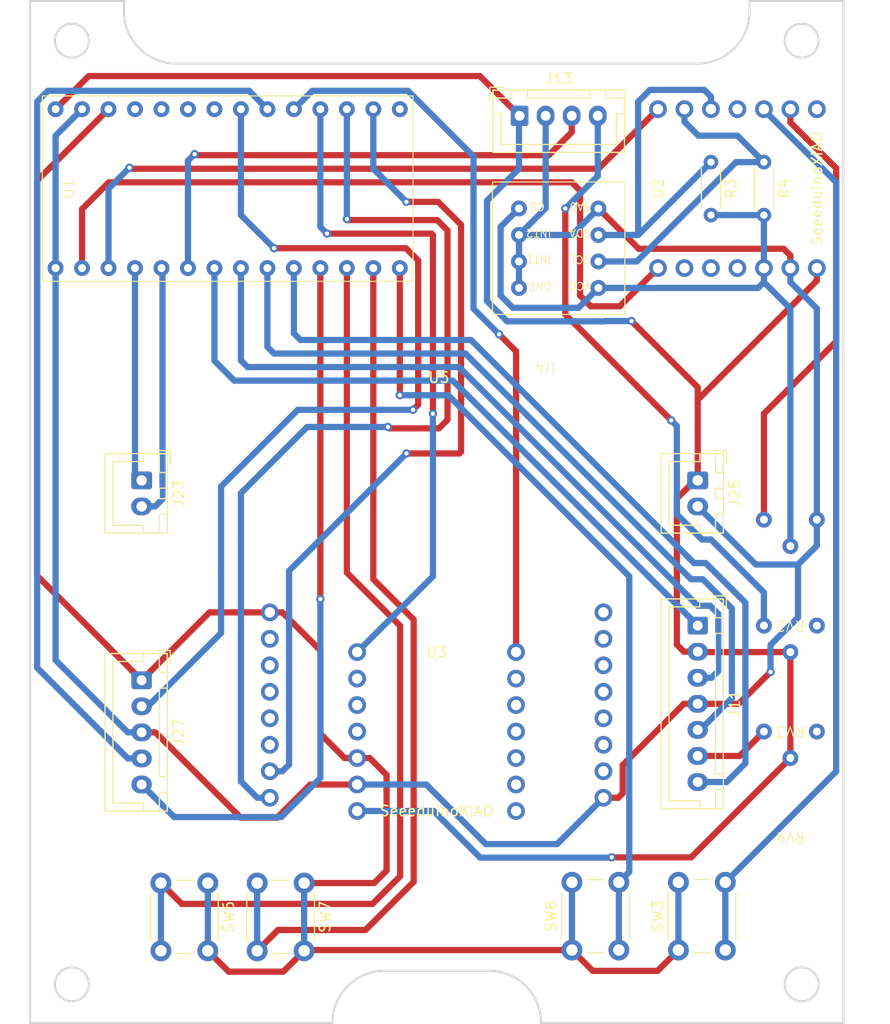
<source format=kicad_pcb>
(kicad_pcb (version 20221018) (generator pcbnew)
  (layers (0 "F.Cu" signal) (31 "B.Cu" signal) (34 "B.Paste" user) (35 "F.Paste" user) (36 "B.SilkS" user "B.Silkscreen") (37 "F.SilkS" user "F.Silkscreen") (38 "B.Mask" user) (39 "F.Mask" user) (44 "Edge.Cuts" user))
  (net 0 "")
  (net 1 "D5")
  (net 2 "+5V")
  (net 3 "D6")
  (net 4 "GND")
  (net 5 "D7")
  (net 6 "LED2")
  (net 7 "D8")
  (net 8 "D4")
  (net 9 "LED1")
  (net 10 "D2")
  (net 11 "D3")
  (net 12 "+3V3")
  (net 13 "SCL0")
  (net 14 "SDA0")
  (net 15 "D9")
  (net 16 "SDA1")
  (net 17 "SCL1")
  (net 18 "D1(ジャイロ)")
  (net 21 "D2(ジャイロ)")
  (net 22 "D10")
  (net 23 "D11")
  (net 24 "D12")
  (net 25 "RX1")
  (net 26 "TX1")
  (net 28 "TX2")
  (net 29 "RX2")
  (net 30 "RX3")
  (net 31 "TX3")
  (footprint "Resistor_THT:R_Axial_DIN0204_L3.6mm_D1.6mm_P5.08mm_Horizontal" (layer "F.Cu") (at 170.18 69.85 -90)
    (fp_text reference "R4" (at 2.54 -1.92 90) (layer "F.SilkS"))
    (fp_text value "R")
    (pad "1" thru_hole circle (at 0 0 270) (size 1.4 1.4) (drill 0.7) (layers "*.Cu" "*.Mask") (net 17 "SCL1"))
    (pad "2" thru_hole oval (at 5.08 0 270) (size 1.4 1.4) (drill 0.7) (layers "*.Cu" "*.Mask") (net 12 "+3V3"))
  )
  (footprint "可変抵抗:可変抵抗" (layer "F.Cu") (at 172.72 104.14 180)
    (fp_text reference "RV2" (at 0 -10.16 180 unlocked) (layer "F.SilkS") (effects (font (thickness 0.1))))
    (fp_text value "R_Potentiometer_Trim_US")
    (pad "1" thru_hole circle (at -2.54 0 180) (size 1.524 1.524) (drill 0.762) (layers "*.Cu" "*.Mask") (net 4 "GND"))
    (pad "2" thru_hole circle (at 0 -2.54 180) (size 1.524 1.524) (drill 0.762) (layers "*.Cu" "*.Mask") (net 12 "+3V3"))
    (pad "3" thru_hole circle (at 2.54 0 180) (size 1.524 1.524) (drill 0.762) (layers "*.Cu" "*.Mask") (net 18 "D1(ジャイロ)"))
  )
  (footprint "可変抵抗:可変抵抗" (layer "F.Cu") (at 172.72 114.3 180)
    (fp_text reference "RV3" (at 0 -10.16 180 unlocked) (layer "F.SilkS") (effects (font (thickness 0.1))))
    (fp_text value "R_Potentiometer_Trim_US")
    (pad "1" thru_hole circle (at -2.54 0 180) (size 1.524 1.524) (drill 0.762) (layers "*.Cu" "*.Mask"))
    (pad "2" thru_hole circle (at 0 -2.54 180) (size 1.524 1.524) (drill 0.762) (layers "*.Cu" "*.Mask") (net 2 "+5V"))
    (pad "3" thru_hole circle (at 2.54 0 180) (size 1.524 1.524) (drill 0.762) (layers "*.Cu" "*.Mask") (net 9 "LED1"))
  )
  (footprint "Button_Switch_THT:SW_PUSH_6mm_H7.3mm" (layer "F.Cu") (at 161.98 145.415 90)
    (fp_text reference "SW3" (at 3.25 -2 90) (layer "F.SilkS"))
    (fp_text value "SW_DIP_x01")
    (pad "1" thru_hole circle (at 0 0 180) (size 2 2) (drill 1.1) (layers "*.Cu" "*.Mask") (net 12 "+3V3"))
    (pad "1" thru_hole circle (at 6.5 0 180) (size 2 2) (drill 1.1) (layers "*.Cu" "*.Mask") (net 12 "+3V3"))
    (pad "2" thru_hole circle (at 0 4.5 180) (size 2 2) (drill 1.1) (layers "*.Cu" "*.Mask") (net 21 "D2(ジャイロ)"))
    (pad "2" thru_hole circle (at 6.5 4.5 180) (size 2 2) (drill 1.1) (layers "*.Cu" "*.Mask") (net 21 "D2(ジャイロ)"))
  )
  (footprint "Resistor_THT:R_Axial_DIN0204_L3.6mm_D1.6mm_P5.08mm_Horizontal" (layer "F.Cu") (at 165.1 69.85 -90)
    (fp_text reference "R3" (at 2.54 -1.92 90) (layer "F.SilkS"))
    (fp_text value "R")
    (pad "1" thru_hole circle (at 0 0 270) (size 1.4 1.4) (drill 0.7) (layers "*.Cu" "*.Mask") (net 16 "SDA1"))
    (pad "2" thru_hole oval (at 5.08 0 270) (size 1.4 1.4) (drill 0.7) (layers "*.Cu" "*.Mask") (net 12 "+3V3"))
  )
  (footprint "Connector_JST:JST_XH_B5B-XH-A_1x05_P2.50mm_Vertical" (layer "F.Cu") (at 110.49 119.54 -90)
    (fp_text reference "J27" (at 5 -3.55 90) (layer "F.SilkS"))
    (fp_text value "Conn_01x05_Socket")
    (pad "1" thru_hole roundrect (at 0 0 270) (size 1.7 1.95) (drill 0.95) (layers "*.Cu" "*.Mask") (roundrect_rratio 0.1470588235) (net 12 "+3V3"))
    (pad "2" thru_hole oval (at 2.5 0 270) (size 1.7 1.95) (drill 0.95) (layers "*.Cu" "*.Mask") (net 13 "SCL0"))
    (pad "3" thru_hole oval (at 5 0 270) (size 1.7 1.95) (drill 0.95) (layers "*.Cu" "*.Mask") (net 4 "GND"))
    (pad "4" thru_hole oval (at 7.5 0 270) (size 1.7 1.95) (drill 0.95) (layers "*.Cu" "*.Mask") (net 14 "SDA0"))
    (pad "5" thru_hole oval (at 10 0 270) (size 1.7 1.95) (drill 0.95) (layers "*.Cu" "*.Mask") (net 15 "D9"))
  )
  (footprint "OpenMV:OpenMV" (layer "F.Cu") (at 138.7856 88.011)
    (fp_text reference "U5" (at 0.22 2.5 -180) (layer "F.SilkS"))
    (fp_text value "~")
    (pad "1" thru_hole circle (at -16 42.799) (size 1.7 1.7) (drill 1) (layers "*.Cu" "*.Mask") (net 29 "RX2"))
    (pad "2" thru_hole circle (at -16 40.259) (size 1.7 1.7) (drill 1) (layers "*.Cu" "*.Mask") (net 28 "TX2"))
    (pad "3" thru_hole circle (at -16 37.719) (size 1.7 1.7) (drill 1) (layers "*.Cu" "*.Mask"))
    (pad "4" thru_hole circle (at -16 35.179) (size 1.7 1.7) (drill 1) (layers "*.Cu" "*.Mask"))
    (pad "5" thru_hole circle (at -16 32.639) (size 1.7 1.7) (drill 1) (layers "*.Cu" "*.Mask"))
    (pad "6" thru_hole circle (at -16 30.099) (size 1.7 1.7) (drill 1) (layers "*.Cu" "*.Mask"))
    (pad "7" thru_hole circle (at -16 27.559) (size 1.7 1.7) (drill 1) (layers "*.Cu" "*.Mask"))
    (pad "8" thru_hole circle (at -16 25.019) (size 1.7 1.7) (drill 1) (layers "*.Cu" "*.Mask") (net 12 "+3V3"))
    (pad "9" thru_hole circle (at 16 25.019) (size 1.7 1.7) (drill 1) (layers "*.Cu" "*.Mask"))
    (pad "10" thru_hole circle (at 16 27.559) (size 1.7 1.7) (drill 1) (layers "*.Cu" "*.Mask"))
    (pad "11" thru_hole circle (at 16 30.099) (size 1.7 1.7) (drill 1) (layers "*.Cu" "*.Mask"))
    (pad "12" thru_hole circle (at 16 32.639) (size 1.7 1.7) (drill 1) (layers "*.Cu" "*.Mask"))
    (pad "13" thru_hole circle (at 16 35.179) (size 1.7 1.7) (drill 1) (layers "*.Cu" "*.Mask"))
    (pad "14" thru_hole circle (at 16 37.719) (size 1.7 1.7) (drill 1) (layers "*.Cu" "*.Mask"))
    (pad "15" thru_hole circle (at 16 40.259) (size 1.7 1.7) (drill 1) (layers "*.Cu" "*.Mask"))
    (pad "16" thru_hole circle (at 16 42.799) (size 1.7 1.7) (drill 1) (layers "*.Cu" "*.Mask") (net 4 "GND"))
  )
  (footprint "L3GD20H_Module:L3GD20H_Module" (layer "F.Cu") (at 149.225 76.835 180)
    (fp_text reference "U4" (at 0 -12.7 180 unlocked) (layer "F.SilkS") (effects (font (thickness 0.1))))
    (fp_text value "~")
    (fp_text user "SA0" (at -4.445 3.175 180 unlocked) (layer "F.SilkS") (effects (font (size 0.75 0.75) (thickness 0.1)) (justify left bottom)))
    (fp_text user "SCL" (at -4.445 -1.905 180 unlocked) (layer "F.SilkS") (effects (font (size 0.75 0.75) (thickness 0.1)) (justify left bottom)))
    (fp_text user "INT1" (at -0.635 -1.905 180 unlocked) (layer "F.SilkS") (effects (font (size 0.75 0.75) (thickness 0.1)) (justify left bottom)))
    (fp_text user "INT2" (at -0.635 0.635 180 unlocked) (layer "F.SilkS") (effects (font (size 0.75 0.75) (thickness 0.1)) (justify left bottom)))
    (fp_text user "CS" (at 0 3.175 180 unlocked) (layer "F.SilkS") (effects (font (size 0.75 0.75) (thickness 0.1)) (justify left bottom)))
    (fp_text user "GND" (at -0.635 -4.445 180 unlocked) (layer "F.SilkS") (effects (font (size 0.75 0.75) (thickness 0.1)) (justify left bottom)))
    (fp_text user "VCC" (at -4.445 -4.445 180 unlocked) (layer "F.SilkS") (effects (font (size 0.75 0.75) (thickness 0.1)) (justify left bottom)))
    (fp_text user "SDA" (at -4.445 0.635 180 unlocked) (layer "F.SilkS") (effects (font (size 0.75 0.75) (thickness 0.1)) (justify left bottom)))
    (pad "1" thru_hole circle (at -5.08 -5.08 180) (size 1.524 1.524) (drill 0.762) (layers "*.Cu" "*.Mask") (net 12 "+3V3"))
    (pad "2" thru_hole circle (at -5.08 -2.54 180) (size 1.524 1.524) (drill 0.762) (layers "*.Cu" "*.Mask") (net 17 "SCL1"))
    (pad "3" thru_hole circle (at -5.08 0 180) (size 1.524 1.524) (drill 0.762) (layers "*.Cu" "*.Mask") (net 16 "SDA1"))
    (pad "4" thru_hole circle (at -5.08 2.54 180) (size 1.524 1.524) (drill 0.762) (layers "*.Cu" "*.Mask") (net 4 "GND"))
    (pad "5" thru_hole circle (at 2.54 -5.08 180) (size 1.524 1.524) (drill 0.762) (layers "*.Cu" "*.Mask") (net 4 "GND"))
    (pad "6" thru_hole circle (at 2.54 -2.54 180) (size 1.524 1.524) (drill 0.762) (layers "*.Cu" "*.Mask") (net 4 "GND"))
    (pad "7" thru_hole circle (at 2.54 0 180) (size 1.524 1.524) (drill 0.762) (layers "*.Cu" "*.Mask") (net 4 "GND"))
    (pad "8" thru_hole circle (at 2.54 2.54 180) (size 1.524 1.524) (drill 0.762) (layers "*.Cu" "*.Mask") (net 12 "+3V3"))
  )
  (footprint "Lib:seeeduinoXIAO" (layer "F.Cu") (at 167.64 72.39 90)
    (fp_text reference "U2" (at 0 -7.62 90) (layer "F.SilkS"))
    (fp_text value "SeeeduinoXIAO" (at 0 7.62 90) (layer "F.SilkS"))
    (pad "1" thru_hole circle (at 7.62 7.62 90) (size 1.7 1.7) (drill 1) (layers "*.Cu" "*.Mask"))
    (pad "2" thru_hole circle (at 7.62 5.08 90) (size 1.7 1.7) (drill 1) (layers "*.Cu" "*.Mask") (net 18 "D1(ジャイロ)"))
    (pad "3" thru_hole circle (at 7.62 2.54 90) (size 1.7 1.7) (drill 1) (layers "*.Cu" "*.Mask") (net 21 "D2(ジャイロ)"))
    (pad "4" thru_hole circle (at 7.62 0 90) (size 1.7 1.7) (drill 1) (layers "*.Cu" "*.Mask"))
    (pad "5" thru_hole circle (at 7.62 -2.54 90) (size 1.7 1.7) (drill 1) (layers "*.Cu" "*.Mask") (net 16 "SDA1"))
    (pad "6" thru_hole circle (at 7.62 -5.08 90) (size 1.7 1.7) (drill 1) (layers "*.Cu" "*.Mask") (net 17 "SCL1"))
    (pad "7" thru_hole circle (at 7.62 -7.62 90) (size 1.7 1.7) (drill 1) (layers "*.Cu" "*.Mask") (net 26 "TX1"))
    (pad "8" thru_hole circle (at -7.62 -7.62 90) (size 1.7 1.7) (drill 1) (layers "*.Cu" "*.Mask") (net 25 "RX1"))
    (pad "9" thru_hole circle (at -7.62 -5.08 90) (size 1.7 1.7) (drill 1) (layers "*.Cu" "*.Mask"))
    (pad "10" thru_hole circle (at -7.62 -2.54 90) (size 1.7 1.7) (drill 1) (layers "*.Cu" "*.Mask"))
    (pad "11" thru_hole circle (at -7.62 0 90) (size 1.7 1.7) (drill 1) (layers "*.Cu" "*.Mask"))
    (pad "12" thru_hole circle (at -7.62 2.54 90) (size 1.7 1.7) (drill 1) (layers "*.Cu" "*.Mask") (net 12 "+3V3"))
    (pad "13" thru_hole circle (at -7.62 5.08 90) (size 1.7 1.7) (drill 1) (layers "*.Cu" "*.Mask") (net 4 "GND"))
    (pad "14" thru_hole circle (at -7.62 7.62 90) (size 1.7 1.7) (drill 1) (layers "*.Cu" "*.Mask") (net 2 "+5V"))
  )
  (footprint "Connector_JST:JST_XH_B7B-XH-A_1x07_P2.50mm_Vertical" (layer "F.Cu") (at 163.83 114.3 -90)
    (fp_text reference "J11" (at 7.5 -3.55 90) (layer "F.SilkS"))
    (fp_text value "Conn_01x07_Socket")
    (pad "1" thru_hole roundrect (at 0 0 270) (size 1.7 1.95) (drill 0.95) (layers "*.Cu" "*.Mask") (roundrect_rratio 0.1470588235) (net 1 "D5"))
    (pad "2" thru_hole oval (at 2.5 0 270) (size 1.7 1.95) (drill 0.95) (layers "*.Cu" "*.Mask") (net 2 "+5V"))
    (pad "3" thru_hole oval (at 5 0 270) (size 1.7 1.95) (drill 0.95) (layers "*.Cu" "*.Mask") (net 3 "D6"))
    (pad "4" thru_hole oval (at 7.5 0 270) (size 1.7 1.95) (drill 0.95) (layers "*.Cu" "*.Mask") (net 4 "GND"))
    (pad "5" thru_hole oval (at 10 0 270) (size 1.7 1.95) (drill 0.95) (layers "*.Cu" "*.Mask") (net 5 "D7"))
    (pad "6" thru_hole oval (at 12.5 0 270) (size 1.7 1.95) (drill 0.95) (layers "*.Cu" "*.Mask") (net 6 "LED2"))
    (pad "7" thru_hole oval (at 15 0 270) (size 1.7 1.95) (drill 0.95) (layers "*.Cu" "*.Mask") (net 7 "D8"))
  )
  (footprint "可変抵抗:可変抵抗" (layer "F.Cu") (at 172.72 124.46 180)
    (fp_text reference "RV4" (at 0 -10.16 180 unlocked) (layer "F.SilkS") (effects (font (thickness 0.1))))
    (fp_text value "R_Potentiometer_Trim_US")
    (pad "1" thru_hole circle (at -2.54 0 180) (size 1.524 1.524) (drill 0.762) (layers "*.Cu" "*.Mask"))
    (pad "2" thru_hole circle (at 0 -2.54 180) (size 1.524 1.524) (drill 0.762) (layers "*.Cu" "*.Mask") (net 2 "+5V"))
    (pad "3" thru_hole circle (at 2.54 0 180) (size 1.524 1.524) (drill 0.762) (layers "*.Cu" "*.Mask") (net 6 "LED2"))
  )
  (footprint "Button_Switch_THT:SW_PUSH_6mm_H7.3mm" (layer "F.Cu") (at 151.765 145.415 90)
    (fp_text reference "SW8" (at 3.25 -2 90) (layer "F.SilkS"))
    (fp_text value "SW_DIP_x01")
    (pad "1" thru_hole circle (at 0 0 180) (size 2 2) (drill 1.1) (layers "*.Cu" "*.Mask") (net 12 "+3V3"))
    (pad "1" thru_hole circle (at 6.5 0 180) (size 2 2) (drill 1.1) (layers "*.Cu" "*.Mask") (net 12 "+3V3"))
    (pad "2" thru_hole circle (at 0 4.5 180) (size 2 2) (drill 1.1) (layers "*.Cu" "*.Mask") (net 24 "D12"))
    (pad "2" thru_hole circle (at 6.5 4.5 180) (size 2 2) (drill 1.1) (layers "*.Cu" "*.Mask") (net 24 "D12"))
  )
  (footprint "Lib:seeeduinoXIAO" (layer "F.Cu") (at 138.7856 124.46)
    (fp_text reference "U3" (at 0 -7.62) (layer "F.SilkS"))
    (fp_text value "SeeeduinoXIAO" (at 0 7.62) (layer "F.SilkS"))
    (pad "1" thru_hole circle (at 7.62 7.62) (size 1.7 1.7) (drill 1) (layers "*.Cu" "*.Mask"))
    (pad "2" thru_hole circle (at 7.62 5.08) (size 1.7 1.7) (drill 1) (layers "*.Cu" "*.Mask"))
    (pad "3" thru_hole circle (at 7.62 2.54) (size 1.7 1.7) (drill 1) (layers "*.Cu" "*.Mask"))
    (pad "4" thru_hole circle (at 7.62 0) (size 1.7 1.7) (drill 1) (layers "*.Cu" "*.Mask"))
    (pad "5" thru_hole circle (at 7.62 -2.54) (size 1.7 1.7) (drill 1) (layers "*.Cu" "*.Mask"))
    (pad "6" thru_hole circle (at 7.62 -5.08) (size 1.7 1.7) (drill 1) (layers "*.Cu" "*.Mask"))
    (pad "7" thru_hole circle (at 7.62 -7.62) (size 1.7 1.7) (drill 1) (layers "*.Cu" "*.Mask") (net 31 "TX3"))
    (pad "8" thru_hole circle (at -7.62 -7.62) (size 1.7 1.7) (drill 1) (layers "*.Cu" "*.Mask") (net 30 "RX3"))
    (pad "9" thru_hole circle (at -7.62 -5.08) (size 1.7 1.7) (drill 1) (layers "*.Cu" "*.Mask"))
    (pad "10" thru_hole circle (at -7.62 -2.54) (size 1.7 1.7) (drill 1) (layers "*.Cu" "*.Mask"))
    (pad "11" thru_hole circle (at -7.62 0) (size 1.7 1.7) (drill 1) (layers "*.Cu" "*.Mask"))
    (pad "12" thru_hole circle (at -7.62 2.54) (size 1.7 1.7) (drill 1) (layers "*.Cu" "*.Mask") (net 12 "+3V3"))
    (pad "13" thru_hole circle (at -7.62 5.08) (size 1.7 1.7) (drill 1) (layers "*.Cu" "*.Mask") (net 4 "GND"))
    (pad "14" thru_hole circle (at -7.62 7.62) (size 1.7 1.7) (drill 1) (layers "*.Cu" "*.Mask") (net 2 "+5V"))
  )
  (footprint "Connector_JST:JST_XH_B4B-XH-A_1x04_P2.50mm_Vertical" (layer "F.Cu") (at 146.745 65.405)
    (fp_text reference "J13" (at 3.75 -3.55) (layer "F.SilkS"))
    (fp_text value "Conn_01x04_Socket" hide)
    (pad "1" thru_hole roundrect (at 0 0) (size 1.7 1.95) (drill 0.95) (layers "*.Cu" "*.Mask") (roundrect_rratio 0.1470588235) (net 2 "+5V"))
    (pad "2" thru_hole oval (at 2.5 0) (size 1.7 1.95) (drill 0.95) (layers "*.Cu" "*.Mask") (net 4 "GND"))
    (pad "3" thru_hole oval (at 5 0) (size 1.7 1.95) (drill 0.95) (layers "*.Cu" "*.Mask") (net 8 "D4"))
    (pad "4" thru_hole oval (at 7.5 0) (size 1.7 1.95) (drill 0.95) (layers "*.Cu" "*.Mask") (net 9 "LED1"))
  )
  (footprint "Button_Switch_THT:SW_PUSH_6mm_H7.3mm" (layer "F.Cu") (at 126.075 138.99 -90)
    (fp_text reference "SW7" (at 3.25 -2 90) (layer "F.SilkS"))
    (fp_text value "SW_DIP_x01")
    (pad "1" thru_hole circle (at 0 0) (size 2 2) (drill 1.1) (layers "*.Cu" "*.Mask") (net 12 "+3V3"))
    (pad "1" thru_hole circle (at 6.5 0) (size 2 2) (drill 1.1) (layers "*.Cu" "*.Mask") (net 12 "+3V3"))
    (pad "2" thru_hole circle (at 0 4.5) (size 2 2) (drill 1.1) (layers "*.Cu" "*.Mask") (net 23 "D11"))
    (pad "2" thru_hole circle (at 6.5 4.5) (size 2 2) (drill 1.1) (layers "*.Cu" "*.Mask") (net 23 "D11"))
  )
  (footprint "Button_Switch_THT:SW_PUSH_6mm_H7.3mm" (layer "F.Cu") (at 116.84 138.99 -90)
    (fp_text reference "SW6" (at 3.25 -2 90) (layer "F.SilkS"))
    (fp_text value "SW_DIP_x01")
    (pad "1" thru_hole circle (at 0 0) (size 2 2) (drill 1.1) (layers "*.Cu" "*.Mask") (net 12 "+3V3"))
    (pad "1" thru_hole circle (at 6.5 0) (size 2 2) (drill 1.1) (layers "*.Cu" "*.Mask") (net 12 "+3V3"))
    (pad "2" thru_hole circle (at 0 4.5) (size 2 2) (drill 1.1) (layers "*.Cu" "*.Mask") (net 22 "D10"))
    (pad "2" thru_hole circle (at 6.5 4.5) (size 2 2) (drill 1.1) (layers "*.Cu" "*.Mask") (net 22 "D10"))
  )
  (footprint "teensy 4.0:teensy 4.0" (layer "F.Cu") (at 97.155 72.39 90)
    (fp_text reference "U1" (at 0 6.35 90 unlocked) (layer "F.SilkS") (effects (font (thickness 0.1))))
    (fp_text value "Teensy4.0")
    (pad "1" thru_hole circle (at -7.62 5.08 90) (size 1.524 1.524) (drill 0.762) (layers "*.Cu" "*.Mask") (net 4 "GND"))
    (pad "1" thru_hole circle (at 7.62 7.62 90) (size 1.524 1.524) (drill 0.762) (layers "*.Cu" "*.Mask") (net 4 "GND"))
    (pad "2" thru_hole circle (at -7.62 7.62 90) (size 1.524 1.524) (drill 0.762) (layers "*.Cu" "*.Mask") (net 25 "RX1"))
    (pad "3" thru_hole circle (at -7.62 10.16 90) (size 1.524 1.524) (drill 0.762) (layers "*.Cu" "*.Mask") (net 26 "TX1"))
    (pad "4" thru_hole circle (at -7.62 12.7 90) (size 1.524 1.524) (drill 0.762) (layers "*.Cu" "*.Mask") (net 10 "D2"))
    (pad "5" thru_hole circle (at -7.62 15.24 90) (size 1.524 1.524) (drill 0.762) (layers "*.Cu" "*.Mask") (net 11 "D3"))
    (pad "6" thru_hole circle (at -7.62 17.78 90) (size 1.524 1.524) (drill 0.762) (layers "*.Cu" "*.Mask") (net 8 "D4"))
    (pad "7" thru_hole circle (at -7.62 20.32 90) (size 1.524 1.524) (drill 0.762) (layers "*.Cu" "*.Mask") (net 1 "D5"))
    (pad "8" thru_hole circle (at -7.62 22.86 90) (size 1.524 1.524) (drill 0.762) (layers "*.Cu" "*.Mask") (net 3 "D6"))
    (pad "9" thru_hole circle (at -7.62 25.4 90) (size 1.524 1.524) (drill 0.762) (layers "*.Cu" "*.Mask") (net 5 "D7"))
    (pad "10" thru_hole circle (at -7.62 27.94 90) (size 1.524 1.524) (drill 0.762) (layers "*.Cu" "*.Mask") (net 7 "D8"))
    (pad "11" thru_hole circle (at -7.62 30.48 90) (size 1.524 1.524) (drill 0.762) (layers "*.Cu" "*.Mask") (net 15 "D9"))
    (pad "12" thru_hole circle (at -7.62 33.02 90) (size 1.524 1.524) (drill 0.762) (layers "*.Cu" "*.Mask") (net 22 "D10"))
    (pad "13" thru_hole circle (at -7.62 35.56 90) (size 1.524 1.524) (drill 0.762) (layers "*.Cu" "*.Mask") (net 23 "D11"))
    (pad "14" thru_hole circle (at -7.62 38.1 90) (size 1.524 1.524) (drill 0.762) (layers "*.Cu" "*.Mask") (net 24 "D12"))
    (pad "20" thru_hole circle (at 7.62 38.1 90) (size 1.524 1.524) (drill 0.762) (layers "*.Cu" "*.Mask"))
    (pad "21" thru_hole circle (at 7.62 35.56 90) (size 1.524 1.524) (drill 0.762) (layers "*.Cu" "*.Mask") (net 28 "TX2"))
    (pad "22" thru_hole circle (at 7.62 33.02 90) (size 1.524 1.524) (drill 0.762) (layers "*.Cu" "*.Mask") (net 29 "RX2"))
    (pad "23" thru_hole circle (at 7.62 30.48 90) (size 1.524 1.524) (drill 0.762) (layers "*.Cu" "*.Mask") (net 30 "RX3"))
    (pad "24" thru_hole circle (at 7.62 27.94 90) (size 1.524 1.524) (drill 0.762) (layers "*.Cu" "*.Mask") (net 31 "TX3"))
    (pad "25" thru_hole circle (at 7.62 25.4 90) (size 1.524 1.524) (drill 0.762) (layers "*.Cu" "*.Mask") (net 14 "SDA0"))
    (pad "26" thru_hole circle (at 7.62 22.86 90) (size 1.524 1.524) (drill 0.762) (layers "*.Cu" "*.Mask") (net 13 "SCL0"))
    (pad "27" thru_hole circle (at 7.62 20.32 90) (size 1.524 1.524) (drill 0.762) (layers "*.Cu" "*.Mask"))
    (pad "28" thru_hole circle (at 7.62 17.78 90) (size 1.524 1.524) (drill 0.762) (layers "*.Cu" "*.Mask"))
    (pad "29" thru_hole circle (at 7.62 15.24 90) (size 1.524 1.524) (drill 0.762) (layers "*.Cu" "*.Mask"))
    (pad "30" thru_hole circle (at 7.62 12.7 90) (size 1.524 1.524) (drill 0.762) (layers "*.Cu" "*.Mask"))
    (pad "31" thru_hole circle (at 7.62 10.16 90) (size 1.524 1.524) (drill 0.762) (layers "*.Cu" "*.Mask") (net 12 "+3V3"))
    (pad "33" thru_hole circle (at 7.62 5.08 90) (size 1.524 1.524) (drill 0.762) (layers "*.Cu" "*.Mask") (net 2 "+5V"))
  )
  (footprint "Connector_JST:JST_XH_B2B-XH-A_1x02_P2.50mm_Vertical" (layer "F.Cu") (at 110.49 100.37 -90)
    (fp_text reference "J23" (at 1.25 -3.55 90) (layer "F.SilkS"))
    (fp_text value "Conn_01x02_Socket")
    (pad "1" thru_hole roundrect (at 0 0 270) (size 1.7 2) (drill 1) (layers "*.Cu" "*.Mask") (roundrect_rratio 0.1470588235) (net 10 "D2"))
    (pad "2" thru_hole oval (at 2.5 0 270) (size 1.7 2) (drill 1) (layers "*.Cu" "*.Mask") (net 11 "D3"))
  )
  (footprint "Connector_JST:JST_XH_B2B-XH-A_1x02_P2.50mm_Vertical" (layer "F.Cu") (at 163.83 100.37 -90)
    (fp_text reference "J25" (at 1.25 -3.55 90) (layer "F.SilkS"))
    (fp_text value "Conn_01x02_Socket")
    (pad "1" thru_hole roundrect (at 0 0 270) (size 1.7 2) (drill 1) (layers "*.Cu" "*.Mask") (roundrect_rratio 0.1470588235) (net 2 "+5V"))
    (pad "2" thru_hole oval (at 2.5 0 270) (size 1.7 2) (drill 1) (layers "*.Cu" "*.Mask") (net 4 "GND"))
  )
  (gr_line (start 99.8 54.4) (end 108.8 54.399999) (stroke (width 0.2)) (layer "Edge.Cuts"))
  (gr_circle (center 103.8 148.699998) (end 105.425 148.699998) (stroke (width 0.2)) (fill none) (layer "Edge.Cuts"))
  (gr_line (start 168.8 55.4) (end 168.8 54.399999) (stroke (width 0.2)) (layer "Edge.Cuts"))
  (gr_line (start 99.8 152.4) (end 99.8 54.4) (stroke (width 0.2)) (layer "Edge.Cuts"))
  (gr_line (start 177.8 152.4) (end 148.8 152.4) (stroke (width 0.2)) (layer "Edge.Cuts"))
  (gr_line (start 108.8 54.399999) (end 108.8 55.4) (stroke (width 0.2)) (layer "Edge.Cuts"))
  (gr_line (start 177.800001 54.399999) (end 177.8 152.4) (stroke (width 0.2)) (layer "Edge.Cuts"))
  (gr_line (start 113.8 60.4) (end 163.8 60.4) (stroke (width 0.2)) (layer "Edge.Cuts"))
  (gr_line (start 128.8 152.4) (end 99.8 152.4) (stroke (width 0.2)) (layer "Edge.Cuts"))
  (gr_arc (start 143.8 147.4) (mid 147.335534 148.864466) (end 148.8 152.4) (stroke (width 0.2)) (layer "Edge.Cuts"))
  (gr_arc (start 128.8 152.4) (mid 130.264466 148.864466) (end 133.8 147.4) (stroke (width 0.2)) (layer "Edge.Cuts"))
  (gr_arc (start 168.8 55.4) (mid 167.335534 58.935534) (end 163.8 60.4) (stroke (width 0.2)) (layer "Edge.Cuts"))
  (gr_arc (start 113.8 60.4) (mid 110.264466 58.935534) (end 108.8 55.4) (stroke (width 0.2)) (layer "Edge.Cuts"))
  (gr_line (start 168.8 54.399999) (end 177.800001 54.399999) (stroke (width 0.2)) (layer "Edge.Cuts"))
  (gr_circle (center 173.8 148.699998) (end 175.425 148.699998) (stroke (width 0.2)) (fill none) (layer "Edge.Cuts"))
  (gr_line (start 143.8 147.4) (end 133.8 147.4) (stroke (width 0.2)) (layer "Edge.Cuts"))
  (gr_circle (center 173.8 58.2) (end 175.425 58.2) (stroke (width 0.2)) (fill none) (layer "Edge.Cuts"))
  (gr_circle (center 103.8 58.2) (end 105.425 58.2) (stroke (width 0.2)) (fill none) (layer "Edge.Cuts"))
  (segment (start 119.38 90.805) (end 117.475 88.9) (width 0.6) (layer "B.Cu") (net 1))
  (segment (start 117.475 88.9) (end 117.475 80.01) (width 0.6) (layer "B.Cu") (net 1))
  (segment (start 163.83 114.3) (end 140.335 90.805) (width 0.6) (layer "B.Cu") (net 1))
  (segment (start 140.335 90.805) (end 119.38 90.805) (width 0.6) (layer "B.Cu") (net 1))
  (segment (start 163.195 136.525) (end 155.575 136.525) (width 0.6) (layer "F.Cu") (net 2))
  (segment (start 163.83 91.44) (end 163.83 92.642081) (width 0.6) (layer "F.Cu") (net 2))
  (segment (start 172.72 116.84) (end 163.87 116.84) (width 0.6) (layer "F.Cu") (net 2))
  (segment (start 142.935 61.595) (end 105.41 61.595) (width 0.6) (layer "F.Cu") (net 2))
  (segment (start 163.87 116.84) (end 163.83 116.8) (width 0.6) (layer "F.Cu") (net 2))
  (segment (start 163.83 116.8) (end 162.505 116.8) (width 0.6) (layer "F.Cu") (net 2))
  (segment (start 163.83 92.642081) (end 175.26 81.212081) (width 0.6) (layer "F.Cu") (net 2))
  (segment (start 172.72 116.84) (end 172.72 127) (width 0.6) (layer "F.Cu") (net 2))
  (segment (start 157.48 85.09) (end 163.83 91.44) (width 0.6) (layer "F.Cu") (net 2))
  (segment (start 161.83 116.125) (end 161.83 102.103705) (width 0.6) (layer "F.Cu") (net 2))
  (segment (start 105.41 61.595) (end 102.235 64.77) (width 0.6) (layer "F.Cu") (net 2))
  (segment (start 161.83 102.103705) (end 163.563705 100.37) (width 0.6) (layer "F.Cu") (net 2))
  (segment (start 165.79 133.93) (end 163.195 136.525) (width 0.6) (layer "F.Cu") (net 2))
  (segment (start 146.745 65.405) (end 142.935 61.595) (width 0.6) (layer "F.Cu") (net 2))
  (segment (start 172.72 127) (end 165.79 133.93) (width 0.6) (layer "F.Cu") (net 2))
  (segment (start 162.505 116.8) (end 161.83 116.125) (width 0.6) (layer "F.Cu") (net 2))
  (segment (start 163.83 100.37) (end 163.83 92.642081) (width 0.6) (layer "F.Cu") (net 2))
  (segment (start 175.26 81.212081) (end 175.26 80.01) (width 0.6) (layer "F.Cu") (net 2))
  (segment (start 163.563705 100.37) (end 163.83 100.37) (width 0.6) (layer "F.Cu") (net 2))
  (via (at 155.575 136.525) (size 0.8) (drill 0.4) (layers "F.Cu" "B.Cu") (net 2))
  (via (at 157.48 85.09) (size 0.8) (drill 0.4) (layers "F.Cu" "B.Cu") (net 2))
  (segment (start 138.496522 132.08) (end 139.415761 132.999239) (width 0.6) (layer "B.Cu") (net 2))
  (segment (start 154.91 85.12) (end 154.94 85.09) (width 0.6) (layer "B.Cu") (net 2))
  (segment (start 131.1656 132.08) (end 138.496522 132.08) (width 0.6) (layer "B.Cu") (net 2))
  (segment (start 146.685 70.485) (end 143.623 73.547) (width 0.6) (layer "B.Cu") (net 2))
  (segment (start 143.623 83.183323) (end 145.559677 85.12) (width 0.6) (layer "B.Cu") (net 2))
  (segment (start 146.745 65.405) (end 146.685 65.465) (width 0.6) (layer "B.Cu") (net 2))
  (segment (start 145.559677 85.12) (end 154.91 85.12) (width 0.6) (layer "B.Cu") (net 2))
  (segment (start 142.971522 136.555) (end 155.545 136.555) (width 0.6) (layer "B.Cu") (net 2))
  (segment (start 143.623 73.547) (end 143.623 83.183323) (width 0.6) (layer "B.Cu") (net 2))
  (segment (start 155.575 136.525) (end 155.545 136.555) (width 0.6) (layer "B.Cu") (net 2))
  (segment (start 154.94 85.09) (end 157.48 85.09) (width 0.6) (layer "B.Cu") (net 2))
  (segment (start 139.415761 132.999239) (end 142.971522 136.555) (width 0.6) (layer "B.Cu") (net 2))
  (segment (start 146.685 65.465) (end 146.685 70.485) (width 0.6) (layer "B.Cu") (net 2))
  (segment (start 165.017767 112.395) (end 165.805 113.182233) (width 0.6) (layer "B.Cu") (net 3))
  (segment (start 120.015 88.87) (end 120.65 89.505) (width 0.6) (layer "B.Cu") (net 3))
  (segment (start 120.015 80.01) (end 120.015 88.87) (width 0.6) (layer "B.Cu") (net 3))
  (segment (start 163.83 112.395) (end 165.017767 112.395) (width 0.6) (layer "B.Cu") (net 3))
  (segment (start 165.805 113.182233) (end 165.805 118.65) (width 0.6) (layer "B.Cu") (net 3))
  (segment (start 165.805 118.65) (end 165.155 119.3) (width 0.6) (layer "B.Cu") (net 3))
  (segment (start 165.155 119.3) (end 163.83 119.3) (width 0.6) (layer "B.Cu") (net 3))
  (segment (start 140.94 89.505) (end 163.83 112.395) (width 0.6) (layer "B.Cu") (net 3))
  (segment (start 120.65 89.505) (end 140.94 89.505) (width 0.6) (layer "B.Cu") (net 3))
  (segment (start 156.21 130.81) (end 154.7856 130.81) (width 0.6) (layer "F.Cu") (net 4))
  (segment (start 167.76 121.8) (end 170.815 118.745) (width 0.6) (layer "F.Cu") (net 4))
  (segment (start 131.1656 129.54) (end 126.671896 129.54) (width 0.6) (layer "F.Cu") (net 4))
  (segment (start 123.496896 132.715) (end 119.99 132.715) (width 0.6) (layer "F.Cu") (net 4))
  (segment (start 154.305 74.295) (end 158.17 78.16) (width 0.6) (layer "F.Cu") (net 4))
  (segment (start 156.6356 127.6694) (end 156.6356 130.3844) (width 0.6) (layer "F.Cu") (net 4))
  (segment (start 156.6356 130.3844) (end 156.21 130.81) (width 0.6) (layer "F.Cu") (net 4))
  (segment (start 172.072081 78.16) (end 172.72 78.807919) (width 0.6) (layer "F.Cu") (net 4))
  (segment (start 162.505 121.8) (end 156.6356 127.6694) (width 0.6) (layer "F.Cu") (net 4))
  (segment (start 119.99 132.715) (end 111.815 124.54) (width 0.6) (layer "F.Cu") (net 4))
  (segment (start 158.17 78.16) (end 172.072081 78.16) (width 0.6) (layer "F.Cu") (net 4))
  (segment (start 163.83 121.8) (end 167.76 121.8) (width 0.6) (layer "F.Cu") (net 4))
  (segment (start 172.72 78.807919) (end 172.72 80.01) (width 0.6) (layer "F.Cu") (net 4))
  (segment (start 126.671896 129.54) (end 123.496896 132.715) (width 0.6) (layer "F.Cu") (net 4))
  (segment (start 111.815 124.54) (end 110.49 124.54) (width 0.6) (layer "F.Cu") (net 4))
  (segment (start 163.83 121.8) (end 162.505 121.8) (width 0.6) (layer "F.Cu") (net 4))
  (via (at 170.815 118.745) (size 0.8) (drill 0.4) (layers "F.Cu" "B.Cu") (net 4))
  (segment (start 175.26 83.896296) (end 175.26 104.14) (width 0.6) (layer "B.Cu") (net 4))
  (segment (start 170.815 116.156845) (end 173.449845 113.522) (width 0.6) (layer "B.Cu") (net 4))
  (segment (start 151.765 76.835) (end 154.305 74.295) (width 0.6) (layer "B.Cu") (net 4))
  (segment (start 102.235 67.31) (end 102.235 80.01) (width 0.6) (layer "B.Cu") (net 4))
  (segment (start 137.795 129.54) (end 131.1656 129.54) (width 0.6) (layer "B.Cu") (net 4))
  (segment (start 175.26 104.14) (end 175.26 106.631845) (width 0.6) (layer "B.Cu") (net 4))
  (segment (start 169.402 108.442) (end 163.83 102.87) (width 0.6) (layer "B.Cu") (net 4))
  (segment (start 146.685 81.915) (end 146.685 76.835) (width 0.6) (layer "B.Cu") (net 4))
  (segment (start 173.449845 108.442) (end 169.402 108.442) (width 0.6) (layer "B.Cu") (net 4))
  (segment (start 170.815 118.745) (end 170.815 116.156845) (width 0.6) (layer "B.Cu") (net 4))
  (segment (start 109.165 124.54) (end 110.49 124.54) (width 0.6) (layer "B.Cu") (net 4))
  (segment (start 154.7856 130.81) (end 150.3406 135.255) (width 0.6) (layer "B.Cu") (net 4))
  (segment (start 173.449845 113.522) (end 173.449845 108.442) (width 0.6) (layer "B.Cu") (net 4))
  (segment (start 172.72 81.356296) (end 172.72 80.01) (width 0.6) (layer "B.Cu") (net 4))
  (segment (start 149.245 65.405) (end 149.245 74.275) (width 0.6) (layer "B.Cu") (net 4))
  (segment (start 175.26 106.631845) (end 173.449845 108.442) (width 0.6) (layer "B.Cu") (net 4))
  (segment (start 149.245 74.275) (end 146.685 76.835) (width 0.6) (layer "B.Cu") (net 4))
  (segment (start 143.51 135.255) (end 137.795 129.54) (width 0.6) (layer "B.Cu") (net 4))
  (segment (start 150.3406 135.255) (end 143.51 135.255) (width 0.6) (layer "B.Cu") (net 4))
  (segment (start 175.26 83.896296) (end 172.72 81.356296) (width 0.6) (layer "B.Cu") (net 4))
  (segment (start 104.775 64.77) (end 102.235 67.31) (width 0.6) (layer "B.Cu") (net 4))
  (segment (start 111.205 124.54) (end 110.49 124.54) (width 0.6) (layer "B.Cu") (net 4))
  (segment (start 102.235 80.01) (end 102.235 117.61) (width 0.6) (layer "B.Cu") (net 4))
  (segment (start 146.685 76.835) (end 151.765 76.835) (width 0.6) (layer "B.Cu") (net 4))
  (segment (start 102.235 117.61) (end 109.165 124.54) (width 0.6) (layer "B.Cu") (net 4))
  (segment (start 167.105 112.643755) (end 167.105 121.266295) (width 0.6) (layer "B.Cu") (net 5))
  (segment (start 141.545 88.205) (end 163.195 109.855) (width 0.6) (layer "B.Cu") (net 5))
  (segment (start 163.195 109.855) (end 164.316245 109.855) (width 0.6) (layer "B.Cu") (net 5))
  (segment (start 122.555 87.57) (end 123.19 88.205) (width 0.6) (layer "B.Cu") (net 5))
  (segment (start 123.19 88.205) (end 141.545 88.205) (width 0.6) (layer "B.Cu") (net 5))
  (segment (start 122.555 80.01) (end 122.555 87.57) (width 0.6) (layer "B.Cu") (net 5))
  (segment (start 164.071295 124.3) (end 163.83 124.3) (width 0.6) (layer "B.Cu") (net 5))
  (segment (start 164.316245 109.855) (end 167.105 112.643755) (width 0.6) (layer "B.Cu") (net 5))
  (segment (start 167.105 121.266295) (end 164.071295 124.3) (width 0.6) (layer "B.Cu") (net 5))
  (segment (start 167.84 126.8) (end 170.18 124.46) (width 0.6) (layer "F.Cu") (net 6))
  (segment (start 163.83 126.8) (end 167.84 126.8) (width 0.6) (layer "F.Cu") (net 6))
  (segment (start 125.095 80.01) (end 125.095 86.27) (width 0.6) (layer "B.Cu") (net 7))
  (segment (start 164.600484 108.300761) (end 168.405 112.105277) (width 0.6) (layer "B.Cu") (net 7))
  (segment (start 168.405 127.505) (end 166.61 129.3) (width 0.6) (layer "B.Cu") (net 7))
  (segment (start 125.095 86.27) (end 125.73 86.905) (width 0.6) (layer "B.Cu") (net 7))
  (segment (start 168.405 112.105277) (end 168.405 127.505) (width 0.6) (layer "B.Cu") (net 7))
  (segment (start 163.479239 108.300761) (end 164.600484 108.300761) (width 0.6) (layer "B.Cu") (net 7))
  (segment (start 166.61 129.3) (end 163.83 129.3) (width 0.6) (layer "B.Cu") (net 7))
  (segment (start 142.083478 86.905) (end 163.479239 108.300761) (width 0.6) (layer "B.Cu") (net 7))
  (segment (start 125.73 86.905) (end 142.083478 86.905) (width 0.6) (layer "B.Cu") (net 7))
  (segment (start 115.6695 69.185) (end 149.54 69.185) (width 0.6) (layer "F.Cu") (net 8))
  (segment (start 151.745 66.98) (end 151.745 65.405) (width 0.6) (layer "F.Cu") (net 8))
  (segment (start 115.57 69.0855) (end 115.6695 69.185) (width 0.6) (layer "F.Cu") (net 8))
  (segment (start 149.54 69.185) (end 151.745 66.98) (width 0.6) (layer "F.Cu") (net 8))
  (via (at 115.57 69.0855) (size 0.8) (drill 0.4) (layers "F.Cu" "B.Cu") (net 8))
  (segment (start 115.57 69.0855) (end 114.935 69.7205) (width 0.6) (layer "B.Cu") (net 8))
  (segment (start 114.935 69.7205) (end 114.935 80.01) (width 0.6) (layer "B.Cu") (net 8))
  (segment (start 151.13 84.455) (end 161.29 94.615) (width 0.6) (layer "F.Cu") (net 9))
  (segment (start 151.13 74.295) (end 151.13 84.455) (width 0.6) (layer "F.Cu") (net 9))
  (via (at 161.29 94.615) (size 0.8) (drill 0.4) (layers "F.Cu" "B.Cu") (net 9))
  (via (at 151.13 74.295) (size 0.8) (drill 0.4) (layers "F.Cu" "B.Cu") (net 9))
  (segment (start 154.245 65.405) (end 154.245 71.18) (width 0.6) (layer "B.Cu") (net 9))
  (segment (start 164.238705 106.045) (end 165.1 106.045) (width 0.6) (layer "B.Cu") (net 9))
  (segment (start 161.29 94.615) (end 161.83 95.155) (width 0.6) (layer "B.Cu") (net 9))
  (segment (start 170.18 111.125) (end 170.18 114.3) (width 0.6) (layer "B.Cu") (net 9))
  (segment (start 161.83 95.155) (end 161.83 103.636295) (width 0.6) (layer "B.Cu") (net 9))
  (segment (start 161.83 103.636295) (end 164.238705 106.045) (width 0.6) (layer "B.Cu") (net 9))
  (segment (start 154.245 71.18) (end 151.13 74.295) (width 0.6) (layer "B.Cu") (net 9))
  (segment (start 165.1 106.045) (end 170.18 111.125) (width 0.6) (layer "B.Cu") (net 9))
  (segment (start 109.855 99.735) (end 109.855 80.01) (width 0.6) (layer "B.Cu") (net 10))
  (segment (start 110.49 100.37) (end 109.855 99.735) (width 0.6) (layer "B.Cu") (net 10))
  (segment (start 110.49 102.87) (end 111.79 102.87) (width 0.6) (layer "B.Cu") (net 11))
  (segment (start 112.49 80.105) (end 112.395 80.01) (width 0.6) (layer "B.Cu") (net 11))
  (segment (start 112.49 102.17) (end 112.49 80.105) (width 0.6) (layer "B.Cu") (net 11))
  (segment (start 111.79 102.87) (end 112.49 102.17) (width 0.6) (layer "B.Cu") (net 11))
  (segment (start 123.987681 113.03) (end 127.635 116.677319) (width 0.6) (layer "F.Cu") (net 12))
  (segment (start 132.79 138.99) (end 133.985 137.795) (width 0.6) (layer "F.Cu") (net 12))
  (segment (start 151.765 145.415) (end 126.15 145.415) (width 0.6) (layer "F.Cu") (net 12))
  (segment (start 127.635 116.677319) (end 127.635 124.671481) (width 0.6) (layer "F.Cu") (net 12))
  (segment (start 132.367681 127) (end 131.1656 127) (width 0.6) (layer "F.Cu") (net 12))
  (segment (start 100.473 71.612) (end 107.315 64.77) (width 0.6) (layer "F.Cu") (net 12))
  (segment (start 100.473 109.523) (end 100.473 71.612) (width 0.6) (layer "F.Cu") (net 12))
  (segment (start 159.98 147.415) (end 153.765 147.415) (width 0.6) (layer "F.Cu") (net 12))
  (segment (start 126.075 145.49) (end 124.075 147.49) (width 0.6) (layer "F.Cu") (net 12))
  (segment (start 117 113.03) (end 122.7856 113.03) (width 0.6) (layer "F.Cu") (net 12))
  (segment (start 161.98 145.415) (end 159.98 147.415) (width 0.6) (layer "F.Cu") (net 12))
  (segment (start 126.075 138.99) (end 132.79 138.99) (width 0.6) (layer "F.Cu") (net 12))
  (segment (start 133.985 137.795) (end 133.985 128.617319) (width 0.6) (layer "F.Cu") (net 12))
  (segment (start 127.635 124.671481) (end 129.963519 127) (width 0.6) (layer "F.Cu") (net 12))
  (segment (start 124.075 147.49) (end 118.84 147.49) (width 0.6) (layer "F.Cu") (net 12))
  (segment (start 118.84 147.49) (end 116.84 145.49) (width 0.6) (layer "F.Cu") (net 12))
  (segment (start 129.963519 127) (end 131.1656 127) (width 0.6) (layer "F.Cu") (net 12))
  (segment (start 110.49 119.54) (end 100.473 109.523) (width 0.6) (layer "F.Cu") (net 12))
  (segment (start 126.15 145.415) (end 126.075 145.49) (width 0.6) (layer "F.Cu") (net 12))
  (segment (start 110.49 119.54) (end 117 113.03) (width 0.6) (layer "F.Cu") (net 12))
  (segment (start 122.7856 113.03) (end 123.987681 113.03) (width 0.6) (layer "F.Cu") (net 12))
  (segment (start 133.985 128.617319) (end 132.367681 127) (width 0.6) (layer "F.Cu") (net 12))
  (segment (start 153.765 147.415) (end 151.765 145.415) (width 0.6) (layer "F.Cu") (net 12))
  (segment (start 170.18 81.356296) (end 169.621296 81.915) (width 0.6) (layer "B.Cu") (net 12))
  (segment (start 169.621296 81.915) (end 154.305 81.915) (width 0.6) (layer "B.Cu") (net 12))
  (segment (start 170.18 74.93) (end 170.18 80.01) (width 0.6) (layer "B.Cu") (net 12))
  (segment (start 172.72 106.68) (end 172.72 83.896296) (width 0.6) (layer "B.Cu") (net 12))
  (segment (start 144.923 82.644845) (end 146.098155 83.82) (width 0.6) (layer "B.Cu") (net 12))
  (segment (start 146.685 74.295) (end 144.923 76.057) (width 0.6) (layer "B.Cu") (net 12))
  (segment (start 170.18 81.356296) (end 172.72 83.896296) (width 0.6) (layer "B.Cu") (net 12))
  (segment (start 146.098155 83.82) (end 152.4 83.82) (width 0.6) (layer "B.Cu") (net 12))
  (segment (start 152.4 83.82) (end 154.305 81.915) (width 0.6) (layer "B.Cu") (net 12))
  (segment (start 170.18 80.01) (end 170.18 81.356296) (width 0.6) (layer "B.Cu") (net 12))
  (segment (start 170.18 74.93) (end 165.1 74.93) (width 0.6) (layer "B.Cu") (net 12))
  (segment (start 126.075 138.99) (end 126.075 145.49) (width 0.6) (layer "B.Cu") (net 12))
  (segment (start 151.765 138.915) (end 151.765 145.415) (width 0.6) (layer "B.Cu") (net 12))
  (segment (start 116.84 138.99) (end 116.84 145.49) (width 0.6) (layer "B.Cu") (net 12))
  (segment (start 144.923 76.057) (end 144.923 82.644845) (width 0.6) (layer "B.Cu") (net 12))
  (segment (start 161.98 138.915) (end 161.98 145.415) (width 0.6) (layer "B.Cu") (net 12))
  (segment (start 136.525 93.604) (end 137.017 93.112) (width 0.6) (layer "F.Cu") (net 13))
  (segment (start 135.841845 78.105) (end 123.19 78.105) (width 0.6) (layer "F.Cu") (net 13))
  (segment (start 137.017 93.112) (end 137.017 79.280155) (width 0.6) (layer "F.Cu") (net 13))
  (segment (start 137.017 79.280155) (end 135.841845 78.105) (width 0.6) (layer "F.Cu") (net 13))
  (via (at 136.525 93.604) (size 0.8) (drill 0.4) (layers "F.Cu" "B.Cu") (net 13))
  (via (at 123.19 78.105) (size 0.8) (drill 0.4) (layers "F.Cu" "B.Cu") (net 13))
  (segment (start 118.11 115.012767) (end 118.11 109.22) (width 0.6) (layer "B.Cu") (net 13))
  (segment (start 120.015 74.93) (end 120.015 64.77) (width 0.6) (layer "B.Cu") (net 13))
  (segment (start 121.285 97.79) (end 125.471 93.604) (width 0.6) (layer "B.Cu") (net 13))
  (segment (start 118.11 109.22) (end 118.11 100.965) (width 0.6) (layer "B.Cu") (net 13))
  (segment (start 110.49 122.04) (end 111.082767 122.04) (width 0.6) (layer "B.Cu") (net 13))
  (segment (start 118.11 100.965) (end 121.285 97.79) (width 0.6) (layer "B.Cu") (net 13))
  (segment (start 125.471 93.604) (end 136.525 93.604) (width 0.6) (layer "B.Cu") (net 13))
  (segment (start 123.19 78.105) (end 120.015 74.93) (width 0.6) (layer "B.Cu") (net 13))
  (segment (start 111.082767 122.04) (end 118.11 115.012767) (width 0.6) (layer "B.Cu") (net 13))
  (segment (start 101.505155 63.008) (end 120.793 63.008) (width 0.6) (layer "B.Cu") (net 14))
  (segment (start 120.793 63.008) (end 122.555 64.77) (width 0.6) (layer "B.Cu") (net 14))
  (segment (start 100.473 64.040155) (end 101.505155 63.008) (width 0.6) (layer "B.Cu") (net 14))
  (segment (start 109.165 127.04) (end 100.473 118.348) (width 0.6) (layer "B.Cu") (net 14))
  (segment (start 110.49 127.04) (end 109.165 127.04) (width 0.6) (layer "B.Cu") (net 14))
  (segment (start 100.473 118.348) (end 100.473 64.040155) (width 0.6) (layer "B.Cu") (net 14))
  (segment (start 127.635 111.76) (end 127.635 80.01) (width 0.6) (layer "F.Cu") (net 15))
  (via (at 127.635 111.76) (size 0.8) (drill 0.4) (layers "F.Cu" "B.Cu") (net 15))
  (segment (start 110.49 129.54) (end 113.61 132.66) (width 0.6) (layer "B.Cu") (net 15))
  (segment (start 113.61 132.66) (end 123.88 132.66) (width 0.6) (layer "B.Cu") (net 15))
  (segment (start 127.635 128.905) (end 127.635 111.76) (width 0.6) (layer "B.Cu") (net 15))
  (segment (start 123.88 132.66) (end 127.635 128.905) (width 0.6) (layer "B.Cu") (net 15))
  (segment (start 165.1 63.567919) (end 165.1 64.77) (width 0.6) (layer "B.Cu") (net 16))
  (segment (start 164.452081 62.92) (end 159.253704 62.92) (width 0.6) (layer "B.Cu") (net 16))
  (segment (start 165.1 69.85) (end 158.115 76.835) (width 0.6) (layer "B.Cu") (net 16))
  (segment (start 154.305 76.835) (end 158.115 76.835) (width 0.6) (layer "B.Cu") (net 16))
  (segment (start 158.115 64.058704) (end 158.115 76.835) (width 0.6) (layer "B.Cu") (net 16))
  (segment (start 159.253704 62.92) (end 158.115 64.058704) (width 0.6) (layer "B.Cu") (net 16))
  (segment (start 164.452081 62.92) (end 165.1 63.567919) (width 0.6) (layer "B.Cu") (net 16))
  (segment (start 170.18 69.85) (end 167.64 67.31) (width 0.6) (layer "B.Cu") (net 17))
  (segment (start 163.897919 67.31) (end 162.56 65.972081) (width 0.6) (layer "B.Cu") (net 17))
  (segment (start 167.64 67.31) (end 163.897919 67.31) (width 0.6) (layer "B.Cu") (net 17))
  (segment (start 167.504164 69.85) (end 170.18 69.85) (width 0.6) (layer "B.Cu") (net 17))
  (segment (start 162.56 65.972081) (end 162.56 64.77) (width 0.6) (layer "B.Cu") (net 17))
  (segment (start 157.979164 79.375) (end 154.305 79.375) (width 0.6) (layer "B.Cu") (net 17))
  (segment (start 157.979164 79.375) (end 167.504164 69.85) (width 0.6) (layer "B.Cu") (net 17))
  (segment (start 172.72 66.04) (end 172.72 64.77) (width 0.6) (layer "F.Cu") (net 18))
  (segment (start 177.11 70.43) (end 172.72 66.04) (width 0.6) (layer "F.Cu") (net 18))
  (segment (start 177.11 87.05) (end 177.11 70.43) (width 0.6) (layer "F.Cu") (net 18))
  (segment (start 170.18 93.98) (end 177.11 87.05) (width 0.6) (layer "F.Cu") (net 18))
  (segment (start 170.18 104.14) (end 170.18 93.98) (width 0.6) (layer "F.Cu") (net 18))
  (segment (start 166.48 138.915) (end 166.48 145.415) (width 0.6) (layer "B.Cu") (net 21))
  (segment (start 177.11 71.776296) (end 170.18 64.846296) (width 0.6) (layer "B.Cu") (net 21))
  (segment (start 170.18 64.846296) (end 170.18 64.77) (width 0.6) (layer "B.Cu") (net 21))
  (segment (start 177.11 128.285) (end 177.11 71.776296) (width 0.6) (layer "B.Cu") (net 21))
  (segment (start 166.48 138.915) (end 177.11 128.285) (width 0.6) (layer "B.Cu") (net 21))
  (segment (start 114.34 140.99) (end 132.628478 140.99) (width 0.6) (layer "F.Cu") (net 22))
  (segment (start 112.34 138.99) (end 114.34 140.99) (width 0.6) (layer "F.Cu") (net 22))
  (segment (start 132.628478 140.99) (end 135.285 138.333478) (width 0.6) (layer "F.Cu") (net 22))
  (segment (start 135.285 138.333478) (end 135.285 114.33) (width 0.6) (layer "F.Cu") (net 22))
  (segment (start 135.285 114.33) (end 130.175 109.22) (width 0.6) (layer "F.Cu") (net 22))
  (segment (start 130.175 109.22) (end 130.175 80.01) (width 0.6) (layer "F.Cu") (net 22))
  (segment (start 112.34 138.99) (end 112.34 145.49) (width 0.6) (layer "B.Cu") (net 22))
  (segment (start 121.575 145.49) (end 123.575 143.49) (width 0.6) (layer "F.Cu") (net 23))
  (segment (start 136.585 113.725) (end 132.715 109.855) (width 0.6) (layer "F.Cu") (net 23))
  (segment (start 123.575 143.49) (end 131.966956 143.49) (width 0.6) (layer "F.Cu") (net 23))
  (segment (start 136.585 138.871956) (end 136.585 113.725) (width 0.6) (layer "F.Cu") (net 23))
  (segment (start 131.966956 143.49) (end 136.585 138.871956) (width 0.6) (layer "F.Cu") (net 23))
  (segment (start 132.715 109.855) (end 132.715 80.01) (width 0.6) (layer "F.Cu") (net 23))
  (segment (start 121.575 138.99) (end 121.575 145.49) (width 0.6) (layer "B.Cu") (net 23))
  (segment (start 135.255 90.2995) (end 135.255 80.01) (width 0.6) (layer "F.Cu") (net 24))
  (segment (start 135.255 90.2995) (end 135.255 92.2045) (width 0.6) (layer "F.Cu") (net 24))
  (via (at 135.255 92.2045) (size 0.8) (drill 0.4) (layers "F.Cu" "B.Cu") (net 24))
  (segment (start 139.896022 92.2045) (end 157.265 109.573478) (width 0.6) (layer "B.Cu") (net 24))
  (segment (start 157.265 137.915) (end 156.265 138.915) (width 0.6) (layer "B.Cu") (net 24))
  (segment (start 156.265 138.915) (end 156.265 145.415) (width 0.6) (layer "B.Cu") (net 24))
  (segment (start 157.265 109.573478) (end 157.265 137.915) (width 0.6) (layer "B.Cu") (net 24))
  (segment (start 135.255 92.2045) (end 139.896022 92.2045) (width 0.6) (layer "B.Cu") (net 24))
  (segment (start 104.775 74.355) (end 104.775 80.01) (width 0.6) (layer "F.Cu") (net 25))
  (segment (start 153.575155 83.677) (end 156.353 83.677) (width 0.6) (layer "F.Cu") (net 25))
  (segment (start 152.543 72.581155) (end 151.746845 71.785) (width 0.6) (layer "F.Cu") (net 25))
  (segment (start 107.345 71.785) (end 104.775 74.355) (width 0.6) (layer "F.Cu") (net 25))
  (segment (start 151.746845 71.785) (end 107.345 71.785) (width 0.6) (layer "F.Cu") (net 25))
  (segment (start 153.575155 83.677) (end 152.543 82.644845) (width 0.6) (layer "F.Cu") (net 25))
  (segment (start 152.543 82.644845) (end 152.543 72.581155) (width 0.6) (layer "F.Cu") (net 25))
  (segment (start 156.353 83.677) (end 160.02 80.01) (width 0.6) (layer "F.Cu") (net 25))
  (segment (start 154.305 70.485) (end 160.02 64.77) (width 0.6) (layer "F.Cu") (net 26))
  (segment (start 154.305 70.485) (end 109.321788 70.485) (width 0.6) (layer "F.Cu") (net 26))
  (via (at 109.321788 70.3855) (size 0.8) (drill 0.4) (layers "F.Cu" "B.Cu") (net 26))
  (segment (start 107.315 72.392288) (end 109.321788 70.3855) (width 0.6) (layer "B.Cu") (net 26))
  (segment (start 107.315 80.01) (end 107.315 72.392288) (width 0.6) (layer "B.Cu") (net 26))
  (segment (start 141.13 75.858044) (end 141.13 97.63) (width 0.6) (layer "F.Cu") (net 28))
  (segment (start 138.931956 73.66) (end 141.13 75.858044) (width 0.6) (layer "F.Cu") (net 28))
  (segment (start 140.97 97.79) (end 135.89 97.79) (width 0.6) (layer "F.Cu") (net 28))
  (segment (start 135.89 73.66) (end 138.931956 73.66) (width 0.6) (layer "F.Cu") (net 28))
  (segment (start 141.13 97.63) (end 140.97 97.79) (width 0.6) (layer "F.Cu") (net 28))
  (via (at 135.89 73.66) (size 0.8) (drill 0.4) (layers "F.Cu" "B.Cu") (net 28))
  (via (at 135.89 97.79) (size 0.8) (drill 0.4) (layers "F.Cu" "B.Cu") (net 28))
  (segment (start 135.89 97.79) (end 124.6356 109.0444) (width 0.6) (layer "B.Cu") (net 28))
  (segment (start 124.6356 109.0444) (end 124.6356 127.622081) (width 0.6) (layer "B.Cu") (net 28))
  (segment (start 132.715 70.485) (end 135.89 73.66) (width 0.6) (layer "B.Cu") (net 28))
  (segment (start 124.6356 127.622081) (end 123.987681 128.27) (width 0.6) (layer "B.Cu") (net 28))
  (segment (start 123.987681 128.27) (end 122.7856 128.27) (width 0.6) (layer "B.Cu") (net 28))
  (segment (start 132.715 64.77) (end 132.715 70.485) (width 0.6) (layer "B.Cu") (net 28))
  (segment (start 139.83 76.396522) (end 138.838978 75.4055) (width 0.6) (layer "F.Cu") (net 29))
  (segment (start 139.83 94.559899) (end 139.83 76.396522) (width 0.6) (layer "F.Cu") (net 29))
  (segment (start 131.445 75.4055) (end 130.2745 75.4055) (width 0.6) (layer "F.Cu") (net 29))
  (segment (start 138.838978 75.4055) (end 131.445 75.4055) (width 0.6) (layer "F.Cu") (net 29))
  (segment (start 130.2745 75.4055) (end 130.175 75.306) (width 0.6) (layer "F.Cu") (net 29))
  (segment (start 134.2445 95.38) (end 139.009899 95.38) (width 0.6) (layer "F.Cu") (net 29))
  (segment (start 139.009899 95.38) (end 139.83 94.559899) (width 0.6) (layer "F.Cu") (net 29))
  (segment (start 134.1145 95.25) (end 134.2445 95.38) (width 0.6) (layer "F.Cu") (net 29))
  (via (at 130.175 75.306) (size 0.8) (drill 0.4) (layers "F.Cu" "B.Cu") (net 29))
  (via (at 134.1145 95.25) (size 0.8) (drill 0.4) (layers "F.Cu" "B.Cu") (net 29))
  (segment (start 125.73 95.885) (end 126.365 95.25) (width 0.6) (layer "B.Cu") (net 29))
  (segment (start 121.583519 130.81) (end 120.015 129.241481) (width 0.6) (layer "B.Cu") (net 29))
  (segment (start 120.015 106.045) (end 120.015 101.6) (width 0.6) (layer "B.Cu") (net 29))
  (segment (start 120.015 129.241481) (end 120.015 106.045) (width 0.6) (layer "B.Cu") (net 29))
  (segment (start 122.7856 130.81) (end 121.583519 130.81) (width 0.6) (layer "B.Cu") (net 29))
  (segment (start 120.015 101.6) (end 125.73 95.885) (width 0.6) (layer "B.Cu") (net 29))
  (segment (start 130.175 75.306) (end 130.175 64.77) (width 0.6) (layer "B.Cu") (net 29))
  (segment (start 126.365 95.25) (end 134.1145 95.25) (width 0.6) (layer "B.Cu") (net 29))
  (segment (start 138.3005 76.7055) (end 128.27 76.7055) (width 0.6) (layer "F.Cu") (net 30))
  (segment (start 138.43 93.98) (end 138.43 76.835) (width 0.6) (layer "F.Cu") (net 30))
  (segment (start 138.43 76.835) (end 138.3005 76.7055) (width 0.6) (layer "F.Cu") (net 30))
  (via (at 138.43 93.98) (size 0.8) (drill 0.4) (layers "F.Cu" "B.Cu") (net 30))
  (via (at 128.27 76.7055) (size 0.8) (drill 0.4) (layers "F.Cu" "B.Cu") (net 30))
  (segment (start 128.27 76.7055) (end 127.635 76.0705) (width 0.6) (layer "B.Cu") (net 30))
  (segment (start 127.635 76.0705) (end 127.635 64.77) (width 0.6) (layer "B.Cu") (net 30))
  (segment (start 138.43 109.5756) (end 138.43 93.98) (width 0.6) (layer "B.Cu") (net 30))
  (segment (start 131.1656 116.84) (end 138.43 109.5756) (width 0.6) (layer "B.Cu") (net 30))
  (segment (start 144.78 86.36) (end 146.4056 87.9856) (width 0.6) (layer "F.Cu") (net 31))
  (segment (start 146.4056 87.9856) (end 146.4056 116.84) (width 0.6) (layer "F.Cu") (net 31))
  (via (at 144.78 86.36) (size 0.8) (drill 0.4) (layers "F.Cu" "B.Cu") (net 31))
  (segment (start 136.033 63.008) (end 142.323 69.298) (width 0.6) (layer "B.Cu") (net 31))
  (segment (start 142.323 69.298) (end 142.323 83.903) (width 0.6) (layer "B.Cu") (net 31))
  (segment (start 126.857 63.008) (end 136.033 63.008) (width 0.6) (layer "B.Cu") (net 31))
  (segment (start 142.323 83.903) (end 144.78 86.36) (width 0.6) (layer "B.Cu") (net 31))
  (segment (start 125.095 64.77) (end 126.857 63.008) (width 0.6) (layer "B.Cu") (net 31))
)
</source>
